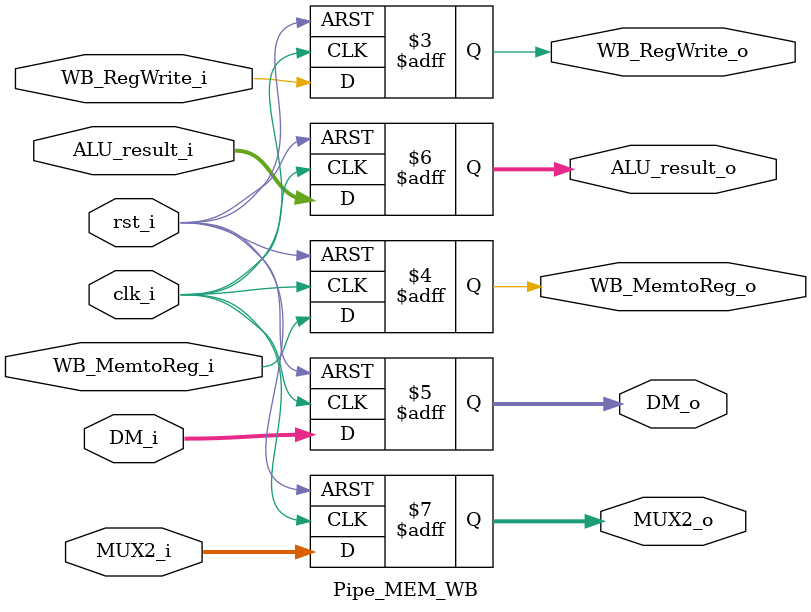
<source format=v>
module Pipe_MEM_WB(
	rst_i,
	clk_i,
	WB_RegWrite_i,	WB_RegWrite_o,
	WB_MemtoReg_i,	WB_MemtoReg_o,
	DM_i,				DM_o,
	ALU_result_i,	ALU_result_o,
	MUX2_i,			MUX2_o
);
	input rst_i;
	input clk_i;
	input WB_RegWrite_i;
	input WB_MemtoReg_i;
	input [32-1:0] DM_i;
	input [32-1:0] ALU_result_i;
	input [5-1:0] MUX2_i;

	output reg WB_RegWrite_o;
	output reg WB_MemtoReg_o;
	output reg [32-1:0] DM_o;
	output reg [32-1:0] ALU_result_o;
	output reg [5-1:0] MUX2_o;

	always @(posedge clk_i or negedge  rst_i) begin
		if(rst_i == 0) begin
			WB_RegWrite_o <= 0;
			WB_MemtoReg_o <= 0;
			DM_o <= 0;
			ALU_result_o <= 0;
			MUX2_o <= 0;
		end
		else begin
			WB_RegWrite_o <= WB_RegWrite_i;
			WB_MemtoReg_o <= WB_MemtoReg_i;
			DM_o <= DM_i;
			ALU_result_o <= ALU_result_i;
			MUX2_o <= MUX2_i;
		end
	end

endmodule

</source>
